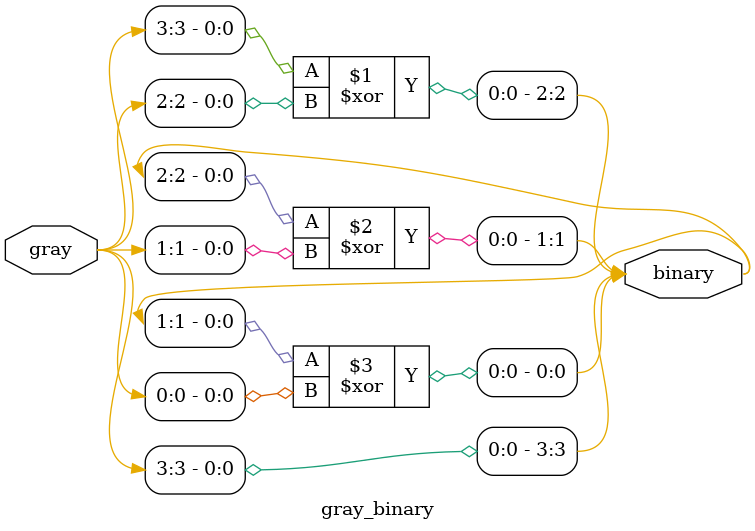
<source format=v>
module gray_binary (
  input [3:0] gray, 
  output [3:0] binary   
);

genvar i;


  assign binary[3] = gray[3];

generate
  for (i = 2; i >= 0; i = i - 1) begin : gen_gray
    assign binary[i] = binary[i + 1] ^ gray[i];
  end
endgenerate

endmodule

</source>
